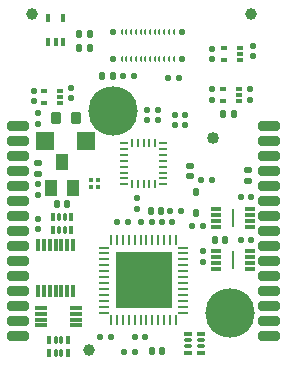
<source format=gbr>
%TF.GenerationSoftware,Altium Limited,Altium Designer,20.1.11 (218)*%
G04 Layer_Color=255*
%FSLAX26Y26*%
%MOIN*%
%TF.SameCoordinates,F1652399-7491-40A6-9504-01A14B245E9D*%
%TF.FilePolarity,Positive*%
%TF.FileFunction,Pads,Top*%
%TF.Part,Single*%
G01*
G75*
%TA.AperFunction,SMDPad,CuDef*%
%ADD10R,0.035039X0.011811*%
%ADD11R,0.007874X0.062992*%
%ADD12R,0.039370X0.055118*%
G04:AMPARAMS|DCode=13|XSize=27.559mil|YSize=20.079mil|CornerRadius=5.02mil|HoleSize=0mil|Usage=FLASHONLY|Rotation=90.000|XOffset=0mil|YOffset=0mil|HoleType=Round|Shape=RoundedRectangle|*
%AMROUNDEDRECTD13*
21,1,0.027559,0.010040,0,0,90.0*
21,1,0.017520,0.020079,0,0,90.0*
1,1,0.010039,0.005020,0.008760*
1,1,0.010039,0.005020,-0.008760*
1,1,0.010039,-0.005020,-0.008760*
1,1,0.010039,-0.005020,0.008760*
%
%ADD13ROUNDEDRECTD13*%
G04:AMPARAMS|DCode=14|XSize=22.047mil|YSize=20.079mil|CornerRadius=5.02mil|HoleSize=0mil|Usage=FLASHONLY|Rotation=180.000|XOffset=0mil|YOffset=0mil|HoleType=Round|Shape=RoundedRectangle|*
%AMROUNDEDRECTD14*
21,1,0.022047,0.010040,0,0,180.0*
21,1,0.012008,0.020079,0,0,180.0*
1,1,0.010039,-0.006004,0.005020*
1,1,0.010039,0.006004,0.005020*
1,1,0.010039,0.006004,-0.005020*
1,1,0.010039,-0.006004,-0.005020*
%
%ADD14ROUNDEDRECTD14*%
G04:AMPARAMS|DCode=15|XSize=25.591mil|YSize=15.748mil|CornerRadius=3.937mil|HoleSize=0mil|Usage=FLASHONLY|Rotation=180.000|XOffset=0mil|YOffset=0mil|HoleType=Round|Shape=RoundedRectangle|*
%AMROUNDEDRECTD15*
21,1,0.025591,0.007874,0,0,180.0*
21,1,0.017717,0.015748,0,0,180.0*
1,1,0.007874,-0.008858,0.003937*
1,1,0.007874,0.008858,0.003937*
1,1,0.007874,0.008858,-0.003937*
1,1,0.007874,-0.008858,-0.003937*
%
%ADD15ROUNDEDRECTD15*%
G04:AMPARAMS|DCode=16|XSize=25.591mil|YSize=11.811mil|CornerRadius=2.953mil|HoleSize=0mil|Usage=FLASHONLY|Rotation=180.000|XOffset=0mil|YOffset=0mil|HoleType=Round|Shape=RoundedRectangle|*
%AMROUNDEDRECTD16*
21,1,0.025591,0.005905,0,0,180.0*
21,1,0.019685,0.011811,0,0,180.0*
1,1,0.005906,-0.009842,0.002953*
1,1,0.005906,0.009842,0.002953*
1,1,0.005906,0.009842,-0.002953*
1,1,0.005906,-0.009842,-0.002953*
%
%ADD16ROUNDEDRECTD16*%
G04:AMPARAMS|DCode=17|XSize=25.591mil|YSize=19.685mil|CornerRadius=1.968mil|HoleSize=0mil|Usage=FLASHONLY|Rotation=90.000|XOffset=0mil|YOffset=0mil|HoleType=Round|Shape=RoundedRectangle|*
%AMROUNDEDRECTD17*
21,1,0.025591,0.015748,0,0,90.0*
21,1,0.021654,0.019685,0,0,90.0*
1,1,0.003937,0.007874,0.010827*
1,1,0.003937,0.007874,-0.010827*
1,1,0.003937,-0.007874,-0.010827*
1,1,0.003937,-0.007874,0.010827*
%
%ADD17ROUNDEDRECTD17*%
%ADD18R,0.021654X0.015748*%
G04:AMPARAMS|DCode=19|XSize=27.559mil|YSize=20.079mil|CornerRadius=5.02mil|HoleSize=0mil|Usage=FLASHONLY|Rotation=180.000|XOffset=0mil|YOffset=0mil|HoleType=Round|Shape=RoundedRectangle|*
%AMROUNDEDRECTD19*
21,1,0.027559,0.010040,0,0,180.0*
21,1,0.017520,0.020079,0,0,180.0*
1,1,0.010039,-0.008760,0.005020*
1,1,0.010039,0.008760,0.005020*
1,1,0.010039,0.008760,-0.005020*
1,1,0.010039,-0.008760,-0.005020*
%
%ADD19ROUNDEDRECTD19*%
G04:AMPARAMS|DCode=20|XSize=15.748mil|YSize=25.591mil|CornerRadius=1.968mil|HoleSize=0mil|Usage=FLASHONLY|Rotation=180.000|XOffset=0mil|YOffset=0mil|HoleType=Round|Shape=RoundedRectangle|*
%AMROUNDEDRECTD20*
21,1,0.015748,0.021654,0,0,180.0*
21,1,0.011811,0.025591,0,0,180.0*
1,1,0.003937,-0.005906,0.010827*
1,1,0.003937,0.005906,0.010827*
1,1,0.003937,0.005906,-0.010827*
1,1,0.003937,-0.005906,-0.010827*
%
%ADD20ROUNDEDRECTD20*%
G04:AMPARAMS|DCode=21|XSize=22.047mil|YSize=20.079mil|CornerRadius=5.02mil|HoleSize=0mil|Usage=FLASHONLY|Rotation=90.000|XOffset=0mil|YOffset=0mil|HoleType=Round|Shape=RoundedRectangle|*
%AMROUNDEDRECTD21*
21,1,0.022047,0.010040,0,0,90.0*
21,1,0.012008,0.020079,0,0,90.0*
1,1,0.010039,0.005020,0.006004*
1,1,0.010039,0.005020,-0.006004*
1,1,0.010039,-0.005020,-0.006004*
1,1,0.010039,-0.005020,0.006004*
%
%ADD21ROUNDEDRECTD21*%
%ADD22R,0.039370X0.013000*%
%ADD23R,0.013000X0.039370*%
%ADD24R,0.059055X0.059055*%
%ADD25R,0.185039X0.185039*%
%ADD26O,0.037402X0.009842*%
%ADD27O,0.009842X0.037402*%
G04:AMPARAMS|DCode=28|XSize=9.842mil|YSize=25.591mil|CornerRadius=1.23mil|HoleSize=0mil|Usage=FLASHONLY|Rotation=0.000|XOffset=0mil|YOffset=0mil|HoleType=Round|Shape=RoundedRectangle|*
%AMROUNDEDRECTD28*
21,1,0.009842,0.023130,0,0,0.0*
21,1,0.007382,0.025591,0,0,0.0*
1,1,0.002461,0.003691,-0.011565*
1,1,0.002461,-0.003691,-0.011565*
1,1,0.002461,-0.003691,0.011565*
1,1,0.002461,0.003691,0.011565*
%
%ADD28ROUNDEDRECTD28*%
G04:AMPARAMS|DCode=29|XSize=9.842mil|YSize=25.591mil|CornerRadius=1.23mil|HoleSize=0mil|Usage=FLASHONLY|Rotation=90.000|XOffset=0mil|YOffset=0mil|HoleType=Round|Shape=RoundedRectangle|*
%AMROUNDEDRECTD29*
21,1,0.009842,0.023130,0,0,90.0*
21,1,0.007382,0.025591,0,0,90.0*
1,1,0.002461,0.011565,0.003691*
1,1,0.002461,0.011565,-0.003691*
1,1,0.002461,-0.011565,-0.003691*
1,1,0.002461,-0.011565,0.003691*
%
%ADD29ROUNDEDRECTD29*%
G04:AMPARAMS|DCode=30|XSize=9.449mil|YSize=17.716mil|CornerRadius=2.362mil|HoleSize=0mil|Usage=FLASHONLY|Rotation=180.000|XOffset=0mil|YOffset=0mil|HoleType=Round|Shape=RoundedRectangle|*
%AMROUNDEDRECTD30*
21,1,0.009449,0.012992,0,0,180.0*
21,1,0.004724,0.017716,0,0,180.0*
1,1,0.004724,-0.002362,0.006496*
1,1,0.004724,0.002362,0.006496*
1,1,0.004724,0.002362,-0.006496*
1,1,0.004724,-0.002362,-0.006496*
%
%ADD30ROUNDEDRECTD30*%
G04:AMPARAMS|DCode=31|XSize=19.685mil|YSize=18.504mil|CornerRadius=4.626mil|HoleSize=0mil|Usage=FLASHONLY|Rotation=180.000|XOffset=0mil|YOffset=0mil|HoleType=Round|Shape=RoundedRectangle|*
%AMROUNDEDRECTD31*
21,1,0.019685,0.009252,0,0,180.0*
21,1,0.010433,0.018504,0,0,180.0*
1,1,0.009252,-0.005216,0.004626*
1,1,0.009252,0.005216,0.004626*
1,1,0.009252,0.005216,-0.004626*
1,1,0.009252,-0.005216,-0.004626*
%
%ADD31ROUNDEDRECTD31*%
G04:AMPARAMS|DCode=32|XSize=39.37mil|YSize=35.433mil|CornerRadius=4.429mil|HoleSize=0mil|Usage=FLASHONLY|Rotation=90.000|XOffset=0mil|YOffset=0mil|HoleType=Round|Shape=RoundedRectangle|*
%AMROUNDEDRECTD32*
21,1,0.039370,0.026575,0,0,90.0*
21,1,0.030512,0.035433,0,0,90.0*
1,1,0.008858,0.013287,0.015256*
1,1,0.008858,0.013287,-0.015256*
1,1,0.008858,-0.013287,-0.015256*
1,1,0.008858,-0.013287,0.015256*
%
%ADD32ROUNDEDRECTD32*%
G04:AMPARAMS|DCode=33|XSize=25.591mil|YSize=15.748mil|CornerRadius=3.937mil|HoleSize=0mil|Usage=FLASHONLY|Rotation=90.000|XOffset=0mil|YOffset=0mil|HoleType=Round|Shape=RoundedRectangle|*
%AMROUNDEDRECTD33*
21,1,0.025591,0.007874,0,0,90.0*
21,1,0.017717,0.015748,0,0,90.0*
1,1,0.007874,0.003937,0.008858*
1,1,0.007874,0.003937,-0.008858*
1,1,0.007874,-0.003937,-0.008858*
1,1,0.007874,-0.003937,0.008858*
%
%ADD33ROUNDEDRECTD33*%
G04:AMPARAMS|DCode=34|XSize=25.591mil|YSize=11.811mil|CornerRadius=2.953mil|HoleSize=0mil|Usage=FLASHONLY|Rotation=90.000|XOffset=0mil|YOffset=0mil|HoleType=Round|Shape=RoundedRectangle|*
%AMROUNDEDRECTD34*
21,1,0.025591,0.005905,0,0,90.0*
21,1,0.019685,0.011811,0,0,90.0*
1,1,0.005906,0.002953,0.009842*
1,1,0.005906,0.002953,-0.009842*
1,1,0.005906,-0.002953,-0.009842*
1,1,0.005906,-0.002953,0.009842*
%
%ADD34ROUNDEDRECTD34*%
%ADD35R,0.015748X0.015748*%
%ADD36C,0.039370*%
%TA.AperFunction,ComponentPad*%
%ADD62C,0.040000*%
G04:AMPARAMS|DCode=63|XSize=31.496mil|YSize=70.866mil|CornerRadius=7.874mil|HoleSize=0mil|Usage=FLASHONLY|Rotation=270.000|XOffset=0mil|YOffset=0mil|HoleType=Round|Shape=RoundedRectangle|*
%AMROUNDEDRECTD63*
21,1,0.031496,0.055118,0,0,270.0*
21,1,0.015748,0.070866,0,0,270.0*
1,1,0.015748,-0.027559,-0.007874*
1,1,0.015748,-0.027559,0.007874*
1,1,0.015748,0.027559,0.007874*
1,1,0.015748,0.027559,-0.007874*
%
%ADD63ROUNDEDRECTD63*%
%TA.AperFunction,ViaPad*%
%ADD64C,0.165000*%
D10*
X661694Y372800D02*
D03*
Y353116D02*
D03*
Y333430D02*
D03*
Y313746D02*
D03*
X773504D02*
D03*
Y333430D02*
D03*
Y353116D02*
D03*
Y372800D02*
D03*
X661694Y512405D02*
D03*
Y492721D02*
D03*
Y473035D02*
D03*
Y453351D02*
D03*
X773504D02*
D03*
Y473035D02*
D03*
Y492721D02*
D03*
Y512405D02*
D03*
D11*
X717600Y343274D02*
D03*
Y482879D02*
D03*
D12*
X109598Y583693D02*
D03*
X147000Y670307D02*
D03*
X184402Y583693D02*
D03*
D13*
X205713Y1094058D02*
D03*
X241146D02*
D03*
Y1049068D02*
D03*
X205713D02*
D03*
X280703Y954058D02*
D03*
X316136D02*
D03*
X721146Y829058D02*
D03*
X685713D02*
D03*
X482286Y38468D02*
D03*
X446853D02*
D03*
X478346Y505908D02*
D03*
X442913D02*
D03*
X656573Y410198D02*
D03*
X692006D02*
D03*
X165547Y528023D02*
D03*
X130114D02*
D03*
D14*
X783424Y1021341D02*
D03*
Y1056774D02*
D03*
X648424Y1046770D02*
D03*
Y1011337D02*
D03*
X66924Y594490D02*
D03*
Y559057D02*
D03*
X618434Y336346D02*
D03*
Y371779D02*
D03*
X68894Y795277D02*
D03*
Y830710D02*
D03*
X53424Y871337D02*
D03*
Y906769D02*
D03*
X431000Y843716D02*
D03*
Y808284D02*
D03*
X523424Y826779D02*
D03*
Y791346D02*
D03*
X558424D02*
D03*
Y826779D02*
D03*
X397414Y547769D02*
D03*
Y512337D02*
D03*
X469000Y808284D02*
D03*
Y843716D02*
D03*
X775584Y875986D02*
D03*
Y911419D02*
D03*
X178424Y881346D02*
D03*
Y916779D02*
D03*
X647634Y875986D02*
D03*
Y911419D02*
D03*
X66924Y444887D02*
D03*
Y480320D02*
D03*
D15*
X610233Y33467D02*
D03*
Y96459D02*
D03*
X566926Y33467D02*
D03*
Y96459D02*
D03*
D16*
X610233Y74805D02*
D03*
Y55120D02*
D03*
X566926D02*
D03*
Y74805D02*
D03*
D17*
X593424Y498612D02*
D03*
Y569478D02*
D03*
D18*
X740004Y1009378D02*
D03*
Y1029064D02*
D03*
Y1048748D02*
D03*
X686854D02*
D03*
Y1009378D02*
D03*
X737204Y872048D02*
D03*
Y891734D02*
D03*
Y911418D02*
D03*
X684054D02*
D03*
Y872048D02*
D03*
X141024Y867048D02*
D03*
Y886734D02*
D03*
Y906418D02*
D03*
X87874D02*
D03*
Y867048D02*
D03*
D19*
X768424Y606346D02*
D03*
Y641779D02*
D03*
X66924Y665360D02*
D03*
Y629927D02*
D03*
X573000Y621284D02*
D03*
Y656716D02*
D03*
D20*
X100394Y1150597D02*
D03*
X151575D02*
D03*
Y1069889D02*
D03*
X125984D02*
D03*
X100394D02*
D03*
D21*
X350713Y954058D02*
D03*
X386146D02*
D03*
X500703Y949058D02*
D03*
X536136D02*
D03*
X646146Y609068D02*
D03*
X610713D02*
D03*
X743188Y410198D02*
D03*
X778621D02*
D03*
X366886Y469478D02*
D03*
X331453D02*
D03*
X311026Y84648D02*
D03*
X275593D02*
D03*
X479408Y470478D02*
D03*
X514841D02*
D03*
X507873Y505908D02*
D03*
X543306D02*
D03*
X743188Y553748D02*
D03*
X778621D02*
D03*
X446851Y470478D02*
D03*
X411418D02*
D03*
X389768Y84648D02*
D03*
X425201D02*
D03*
X390541Y35438D02*
D03*
X355108D02*
D03*
X580703Y454058D02*
D03*
X616136D02*
D03*
D22*
X76383Y124020D02*
D03*
Y143706D02*
D03*
Y163390D02*
D03*
Y183076D02*
D03*
X195265D02*
D03*
Y163390D02*
D03*
Y143706D02*
D03*
Y124020D02*
D03*
D23*
X66930Y237804D02*
D03*
X86616D02*
D03*
X106300D02*
D03*
X125986D02*
D03*
X145670D02*
D03*
Y392120D02*
D03*
X125986D02*
D03*
X106300D02*
D03*
X86616D02*
D03*
X66930D02*
D03*
X165356Y237804D02*
D03*
X185040D02*
D03*
X165356Y392120D02*
D03*
X185040D02*
D03*
D24*
X228348Y738190D02*
D03*
X90552D02*
D03*
D25*
X419292Y275592D02*
D03*
D26*
X286418Y167324D02*
D03*
Y187008D02*
D03*
Y206694D02*
D03*
Y226378D02*
D03*
Y246064D02*
D03*
Y265748D02*
D03*
Y285434D02*
D03*
Y305120D02*
D03*
Y324804D02*
D03*
Y344490D02*
D03*
Y364174D02*
D03*
Y383860D02*
D03*
X552166D02*
D03*
Y364174D02*
D03*
Y344490D02*
D03*
Y324804D02*
D03*
Y305120D02*
D03*
Y285434D02*
D03*
Y265748D02*
D03*
Y246064D02*
D03*
Y226378D02*
D03*
Y206694D02*
D03*
Y187008D02*
D03*
Y167324D02*
D03*
D27*
X311024Y408466D02*
D03*
X330710D02*
D03*
X350394D02*
D03*
X370080D02*
D03*
X389764D02*
D03*
X409450D02*
D03*
X429134D02*
D03*
X448820D02*
D03*
X468504D02*
D03*
X488190D02*
D03*
X507874D02*
D03*
X527560D02*
D03*
Y142718D02*
D03*
X507874D02*
D03*
X488190D02*
D03*
X468504D02*
D03*
X448820D02*
D03*
X429134D02*
D03*
X409450D02*
D03*
X389764D02*
D03*
X370080D02*
D03*
X350394D02*
D03*
X330710D02*
D03*
X311024D02*
D03*
D28*
X458663Y732284D02*
D03*
X438977D02*
D03*
X419293D02*
D03*
X399607D02*
D03*
X379923D02*
D03*
Y594490D02*
D03*
X399607D02*
D03*
X419293D02*
D03*
X438977D02*
D03*
X458663D02*
D03*
D29*
X354331Y633860D02*
D03*
Y653544D02*
D03*
Y673230D02*
D03*
Y692914D02*
D03*
Y712600D02*
D03*
Y732284D02*
D03*
Y614174D02*
D03*
Y594490D02*
D03*
X484253Y732284D02*
D03*
Y712600D02*
D03*
Y594490D02*
D03*
Y614174D02*
D03*
Y633860D02*
D03*
Y653544D02*
D03*
Y673230D02*
D03*
Y692914D02*
D03*
D30*
X425197Y1103347D02*
D03*
X440945D02*
D03*
X456693D02*
D03*
X472442D02*
D03*
X488190D02*
D03*
X503938D02*
D03*
X519686D02*
D03*
X409450D02*
D03*
X393702D02*
D03*
X377954D02*
D03*
X362205D02*
D03*
X346457D02*
D03*
X425197Y1010827D02*
D03*
X440945D02*
D03*
X456693D02*
D03*
X472442D02*
D03*
X488190D02*
D03*
X503938D02*
D03*
X519686D02*
D03*
X409450D02*
D03*
X393702D02*
D03*
X377954D02*
D03*
X362205D02*
D03*
X346457D02*
D03*
D31*
X316930Y1012009D02*
D03*
Y1102167D02*
D03*
X549213D02*
D03*
Y1012009D02*
D03*
D32*
X192914Y816930D02*
D03*
X125986D02*
D03*
D33*
X116143Y440950D02*
D03*
X179136D02*
D03*
X116143Y484257D02*
D03*
X179136D02*
D03*
X167326Y74806D02*
D03*
X104333D02*
D03*
X167326Y31500D02*
D03*
X104333D02*
D03*
D34*
X157482Y440950D02*
D03*
X137797D02*
D03*
Y484257D02*
D03*
X157482D02*
D03*
X125987Y74806D02*
D03*
X145672D02*
D03*
Y31500D02*
D03*
X125987D02*
D03*
D35*
X267715Y609047D02*
D03*
Y585425D02*
D03*
X244093D02*
D03*
Y609047D02*
D03*
D36*
X237000Y43000D02*
D03*
X47244Y1161417D02*
D03*
X778424D02*
D03*
D62*
X650473Y749058D02*
D03*
D63*
X0Y88190D02*
D03*
Y138190D02*
D03*
Y188190D02*
D03*
Y238190D02*
D03*
Y288190D02*
D03*
Y338190D02*
D03*
Y388190D02*
D03*
Y438190D02*
D03*
Y488190D02*
D03*
Y538190D02*
D03*
Y588190D02*
D03*
Y638190D02*
D03*
Y688190D02*
D03*
Y738190D02*
D03*
Y788190D02*
D03*
X838583Y88190D02*
D03*
Y138190D02*
D03*
Y188190D02*
D03*
Y238190D02*
D03*
Y288190D02*
D03*
Y338190D02*
D03*
Y388190D02*
D03*
Y438190D02*
D03*
Y488190D02*
D03*
Y538190D02*
D03*
Y588190D02*
D03*
Y638190D02*
D03*
Y688190D02*
D03*
Y738190D02*
D03*
Y788190D02*
D03*
D64*
X708424Y164058D02*
D03*
X318424Y839058D02*
D03*
%TF.MD5,2dfa634646301255d6653cd81c2fd789*%
M02*

</source>
